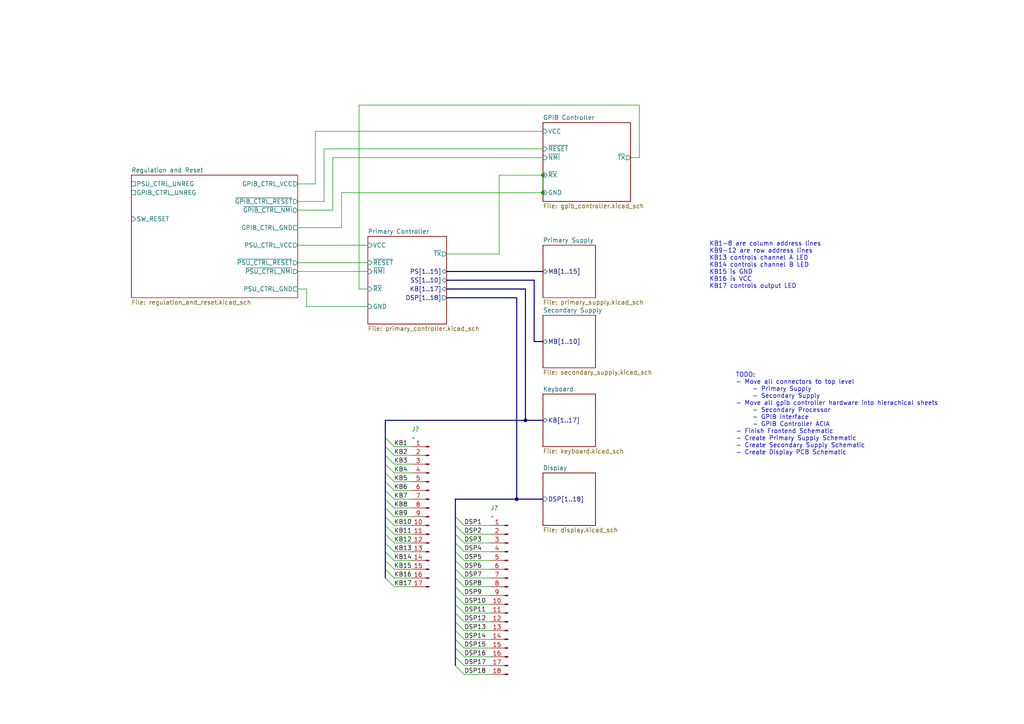
<source format=kicad_sch>
(kicad_sch (version 20211123) (generator eeschema)
  (paper "A4")
  (lib_symbols
    (symbol "Connector:Conn_01x17_Male" (pin_names (offset 1.016) hide)
      (property "Reference" "J" (at 0 22.86 0))
      (property "Value" "Conn_01x17_Male" (at 0 -22.86 0))
      (symbol "Conn_01x17_Male_1_1"
        (polyline (pts (xy 1.27 -20.32) (xy 0.8636 -20.32)) (stroke (width 0.1524)))
        (polyline (pts (xy 1.27 -17.78) (xy 0.8636 -17.78)) (stroke (width 0.1524)))
        (polyline (pts (xy 1.27 -15.24) (xy 0.8636 -15.24)) (stroke (width 0.1524)))
        (polyline (pts (xy 1.27 -12.7) (xy 0.8636 -12.7)) (stroke (width 0.1524)))
        (polyline (pts (xy 1.27 -10.16) (xy 0.8636 -10.16)) (stroke (width 0.1524)))
        (polyline (pts (xy 1.27 -7.62) (xy 0.8636 -7.62)) (stroke (width 0.1524)))
        (polyline (pts (xy 1.27 -5.08) (xy 0.8636 -5.08)) (stroke (width 0.1524)))
        (polyline (pts (xy 1.27 -2.54) (xy 0.8636 -2.54)) (stroke (width 0.1524)))
        (polyline (pts (xy 1.27 0) (xy 0.8636 0)) (stroke (width 0.1524)))
        (polyline (pts (xy 1.27 2.54) (xy 0.8636 2.54)) (stroke (width 0.1524)))
        (polyline (pts (xy 1.27 5.08) (xy 0.8636 5.08)) (stroke (width 0.1524)))
        (polyline (pts (xy 1.27 7.62) (xy 0.8636 7.62)) (stroke (width 0.1524)))
        (polyline (pts (xy 1.27 10.16) (xy 0.8636 10.16)) (stroke (width 0.1524)))
        (polyline (pts (xy 1.27 12.7) (xy 0.8636 12.7)) (stroke (width 0.1524)))
        (polyline (pts (xy 1.27 15.24) (xy 0.8636 15.24)) (stroke (width 0.1524)))
        (polyline (pts (xy 1.27 17.78) (xy 0.8636 17.78)) (stroke (width 0.1524)))
        (polyline (pts (xy 1.27 20.32) (xy 0.8636 20.32)) (stroke (width 0.1524)))
        (rectangle (start 0.8636 -20.193) (end 0 -20.447) (stroke (width 0.1524)) (fill (type outline)))
        (rectangle (start 0.8636 -17.653) (end 0 -17.907) (stroke (width 0.1524)) (fill (type outline)))
        (rectangle (start 0.8636 -15.113) (end 0 -15.367) (stroke (width 0.1524)) (fill (type outline)))
        (rectangle (start 0.8636 -12.573) (end 0 -12.827) (stroke (width 0.1524)) (fill (type outline)))
        (rectangle (start 0.8636 -10.033) (end 0 -10.287) (stroke (width 0.1524)) (fill (type outline)))
        (rectangle (start 0.8636 -7.493) (end 0 -7.747) (stroke (width 0.1524)) (fill (type outline)))
        (rectangle (start 0.8636 -4.953) (end 0 -5.207) (stroke (width 0.1524)) (fill (type outline)))
        (rectangle (start 0.8636 -2.413) (end 0 -2.667) (stroke (width 0.1524)) (fill (type outline)))
        (rectangle (start 0.8636 0.127) (end 0 -0.127) (stroke (width 0.1524)) (fill (type outline)))
        (rectangle (start 0.8636 2.667) (end 0 2.413) (stroke (width 0.1524)) (fill (type outline)))
        (rectangle (start 0.8636 5.207) (end 0 4.953) (stroke (width 0.1524)) (fill (type outline)))
        (rectangle (start 0.8636 7.747) (end 0 7.493) (stroke (width 0.1524)) (fill (type outline)))
        (rectangle (start 0.8636 10.287) (end 0 10.033) (stroke (width 0.1524)) (fill (type outline)))
        (rectangle (start 0.8636 12.827) (end 0 12.573) (stroke (width 0.1524)) (fill (type outline)))
        (rectangle (start 0.8636 15.367) (end 0 15.113) (stroke (width 0.1524)) (fill (type outline)))
        (rectangle (start 0.8636 17.907) (end 0 17.653) (stroke (width 0.1524)) (fill (type outline)))
        (rectangle (start 0.8636 20.447) (end 0 20.193) (stroke (width 0.1524)) (fill (type outline)))
        (pin passive line (at 5.08 20.32 180) (length 3.81) (name "Pin_1") (number "1"))
        (pin passive line (at 5.08 -2.54 180) (length 3.81) (name "Pin_10") (number "10"))
        (pin passive line (at 5.08 -5.08 180) (length 3.81) (name "Pin_11") (number "11"))
        (pin passive line (at 5.08 -7.62 180) (length 3.81) (name "Pin_12") (number "12"))
        (pin passive line (at 5.08 -10.16 180) (length 3.81) (name "Pin_13") (number "13"))
        (pin passive line (at 5.08 -12.7 180) (length 3.81) (name "Pin_14") (number "14"))
        (pin passive line (at 5.08 -15.24 180) (length 3.81) (name "Pin_15") (number "15"))
        (pin passive line (at 5.08 -17.78 180) (length 3.81) (name "Pin_16") (number "16"))
        (pin passive line (at 5.08 -20.32 180) (length 3.81) (name "Pin_17") (number "17"))
        (pin passive line (at 5.08 17.78 180) (length 3.81) (name "Pin_2") (number "2"))
        (pin passive line (at 5.08 15.24 180) (length 3.81) (name "Pin_3") (number "3"))
        (pin passive line (at 5.08 12.7 180) (length 3.81) (name "Pin_4") (number "4"))
        (pin passive line (at 5.08 10.16 180) (length 3.81) (name "Pin_5") (number "5"))
        (pin passive line (at 5.08 7.62 180) (length 3.81) (name "Pin_6") (number "6"))
        (pin passive line (at 5.08 5.08 180) (length 3.81) (name "Pin_7") (number "7"))
        (pin passive line (at 5.08 2.54 180) (length 3.81) (name "Pin_8") (number "8"))
        (pin passive line (at 5.08 0 180) (length 3.81) (name "Pin_9") (number "9"))
      )
    )
    (symbol "Connector:Conn_01x18_Male" (pin_names (offset 1.016) hide)
      (property "Reference" "J" (at 0 22.86 0))
      (property "Value" "Conn_01x18_Male" (at 0 -25.4 0))
      (symbol "Conn_01x18_Male_1_1"
        (polyline (pts (xy 1.27 -22.86) (xy 0.8636 -22.86)) (stroke (width 0.1524)))
        (polyline (pts (xy 1.27 -20.32) (xy 0.8636 -20.32)) (stroke (width 0.1524)))
        (polyline (pts (xy 1.27 -17.78) (xy 0.8636 -17.78)) (stroke (width 0.1524)))
        (polyline (pts (xy 1.27 -15.24) (xy 0.8636 -15.24)) (stroke (width 0.1524)))
        (polyline (pts (xy 1.27 -12.7) (xy 0.8636 -12.7)) (stroke (width 0.1524)))
        (polyline (pts (xy 1.27 -10.16) (xy 0.8636 -10.16)) (stroke (width 0.1524)))
        (polyline (pts (xy 1.27 -7.62) (xy 0.8636 -7.62)) (stroke (width 0.1524)))
        (polyline (pts (xy 1.27 -5.08) (xy 0.8636 -5.08)) (stroke (width 0.1524)))
        (polyline (pts (xy 1.27 -2.54) (xy 0.8636 -2.54)) (stroke (width 0.1524)))
        (polyline (pts (xy 1.27 0) (xy 0.8636 0)) (stroke (width 0.1524)))
        (polyline (pts (xy 1.27 2.54) (xy 0.8636 2.54)) (stroke (width 0.1524)))
        (polyline (pts (xy 1.27 5.08) (xy 0.8636 5.08)) (stroke (width 0.1524)))
        (polyline (pts (xy 1.27 7.62) (xy 0.8636 7.62)) (stroke (width 0.1524)))
        (polyline (pts (xy 1.27 10.16) (xy 0.8636 10.16)) (stroke (width 0.1524)))
        (polyline (pts (xy 1.27 12.7) (xy 0.8636 12.7)) (stroke (width 0.1524)))
        (polyline (pts (xy 1.27 15.24) (xy 0.8636 15.24)) (stroke (width 0.1524)))
        (polyline (pts (xy 1.27 17.78) (xy 0.8636 17.78)) (stroke (width 0.1524)))
        (polyline (pts (xy 1.27 20.32) (xy 0.8636 20.32)) (stroke (width 0.1524)))
        (rectangle (start 0.8636 -22.733) (end 0 -22.987) (stroke (width 0.1524)) (fill (type outline)))
        (rectangle (start 0.8636 -20.193) (end 0 -20.447) (stroke (width 0.1524)) (fill (type outline)))
        (rectangle (start 0.8636 -17.653) (end 0 -17.907) (stroke (width 0.1524)) (fill (type outline)))
        (rectangle (start 0.8636 -15.113) (end 0 -15.367) (stroke (width 0.1524)) (fill (type outline)))
        (rectangle (start 0.8636 -12.573) (end 0 -12.827) (stroke (width 0.1524)) (fill (type outline)))
        (rectangle (start 0.8636 -10.033) (end 0 -10.287) (stroke (width 0.1524)) (fill (type outline)))
        (rectangle (start 0.8636 -7.493) (end 0 -7.747) (stroke (width 0.1524)) (fill (type outline)))
        (rectangle (start 0.8636 -4.953) (end 0 -5.207) (stroke (width 0.1524)) (fill (type outline)))
        (rectangle (start 0.8636 -2.413) (end 0 -2.667) (stroke (width 0.1524)) (fill (type outline)))
        (rectangle (start 0.8636 0.127) (end 0 -0.127) (stroke (width 0.1524)) (fill (type outline)))
        (rectangle (start 0.8636 2.667) (end 0 2.413) (stroke (width 0.1524)) (fill (type outline)))
        (rectangle (start 0.8636 5.207) (end 0 4.953) (stroke (width 0.1524)) (fill (type outline)))
        (rectangle (start 0.8636 7.747) (end 0 7.493) (stroke (width 0.1524)) (fill (type outline)))
        (rectangle (start 0.8636 10.287) (end 0 10.033) (stroke (width 0.1524)) (fill (type outline)))
        (rectangle (start 0.8636 12.827) (end 0 12.573) (stroke (width 0.1524)) (fill (type outline)))
        (rectangle (start 0.8636 15.367) (end 0 15.113) (stroke (width 0.1524)) (fill (type outline)))
        (rectangle (start 0.8636 17.907) (end 0 17.653) (stroke (width 0.1524)) (fill (type outline)))
        (rectangle (start 0.8636 20.447) (end 0 20.193) (stroke (width 0.1524)) (fill (type outline)))
        (pin passive line (at 5.08 20.32 180) (length 3.81) (name "Pin_1") (number "1"))
        (pin passive line (at 5.08 -2.54 180) (length 3.81) (name "Pin_10") (number "10"))
        (pin passive line (at 5.08 -5.08 180) (length 3.81) (name "Pin_11") (number "11"))
        (pin passive line (at 5.08 -7.62 180) (length 3.81) (name "Pin_12") (number "12"))
        (pin passive line (at 5.08 -10.16 180) (length 3.81) (name "Pin_13") (number "13"))
        (pin passive line (at 5.08 -12.7 180) (length 3.81) (name "Pin_14") (number "14"))
        (pin passive line (at 5.08 -15.24 180) (length 3.81) (name "Pin_15") (number "15"))
        (pin passive line (at 5.08 -17.78 180) (length 3.81) (name "Pin_16") (number "16"))
        (pin passive line (at 5.08 -20.32 180) (length 3.81) (name "Pin_17") (number "17"))
        (pin passive line (at 5.08 -22.86 180) (length 3.81) (name "Pin_18") (number "18"))
        (pin passive line (at 5.08 17.78 180) (length 3.81) (name "Pin_2") (number "2"))
        (pin passive line (at 5.08 15.24 180) (length 3.81) (name "Pin_3") (number "3"))
        (pin passive line (at 5.08 12.7 180) (length 3.81) (name "Pin_4") (number "4"))
        (pin passive line (at 5.08 10.16 180) (length 3.81) (name "Pin_5") (number "5"))
        (pin passive line (at 5.08 7.62 180) (length 3.81) (name "Pin_6") (number "6"))
        (pin passive line (at 5.08 5.08 180) (length 3.81) (name "Pin_7") (number "7"))
        (pin passive line (at 5.08 2.54 180) (length 3.81) (name "Pin_8") (number "8"))
        (pin passive line (at 5.08 0 180) (length 3.81) (name "Pin_9") (number "9"))
      )
    )
  )
  (junction (at 152.4 121.92))
  (junction (at 157.48 55.88))
  (junction (at 149.86 144.78))
  (junction (at 157.48 50.8))
  (bus_entry (at 111.76 157.48) (size 2.54 2.54))
  (bus_entry (at 111.76 142.24) (size 2.54 2.54))
  (bus_entry (at 111.76 160.02) (size 2.54 2.54))
  (bus_entry (at 132.08 154.94) (size 2.54 2.54))
  (bus_entry (at 111.76 149.86) (size 2.54 2.54))
  (bus_entry (at 132.08 152.4) (size 2.54 2.54))
  (bus_entry (at 132.08 162.56) (size 2.54 2.54))
  (bus_entry (at 132.08 193.04) (size 2.54 2.54))
  (bus_entry (at 132.08 175.26) (size 2.54 2.54))
  (bus_entry (at 111.76 129.54) (size 2.54 2.54))
  (bus_entry (at 132.08 182.88) (size 2.54 2.54))
  (bus_entry (at 111.76 162.56) (size 2.54 2.54))
  (bus_entry (at 132.08 187.96) (size 2.54 2.54))
  (bus_entry (at 132.08 185.42) (size 2.54 2.54))
  (bus_entry (at 132.08 167.64) (size 2.54 2.54))
  (bus_entry (at 132.08 180.34) (size 2.54 2.54))
  (bus_entry (at 111.76 167.64) (size 2.54 2.54))
  (bus_entry (at 132.08 165.1) (size 2.54 2.54))
  (bus_entry (at 111.76 144.78) (size 2.54 2.54))
  (bus_entry (at 132.08 170.18) (size 2.54 2.54))
  (bus_entry (at 111.76 134.62) (size 2.54 2.54))
  (bus_entry (at 111.76 152.4) (size 2.54 2.54))
  (bus_entry (at 111.76 137.16) (size 2.54 2.54))
  (bus_entry (at 132.08 149.86) (size 2.54 2.54))
  (bus_entry (at 111.76 165.1) (size 2.54 2.54))
  (bus_entry (at 111.76 139.7) (size 2.54 2.54))
  (bus_entry (at 132.08 190.5) (size 2.54 2.54))
  (bus_entry (at 132.08 160.02) (size 2.54 2.54))
  (bus_entry (at 132.08 172.72) (size 2.54 2.54))
  (bus_entry (at 111.76 132.08) (size 2.54 2.54))
  (bus_entry (at 132.08 177.8) (size 2.54 2.54))
  (bus_entry (at 132.08 157.48) (size 2.54 2.54))
  (bus_entry (at 111.76 154.94) (size 2.54 2.54))
  (bus_entry (at 111.76 127) (size 2.54 2.54))
  (bus_entry (at 111.76 147.32) (size 2.54 2.54))
  (wire (pts (xy 96.52 60.96) (xy 96.52 45.72)))
  (wire (pts (xy 144.78 50.8) (xy 157.48 50.8)))
  (bus (pts (xy 154.94 81.28) (xy 154.94 99.06)))
  (bus (pts (xy 132.08 165.1) (xy 132.08 167.64)))
  (bus (pts (xy 111.76 160.02) (xy 111.76 162.56)))
  (bus (pts (xy 132.08 187.96) (xy 132.08 190.5)))
  (bus (pts (xy 111.76 149.86) (xy 111.76 152.4)))
  (bus (pts (xy 149.86 144.78) (xy 157.48 144.78)))
  (wire (pts (xy 88.9 88.9) (xy 106.68 88.9)))
  (wire (pts (xy 185.42 45.72) (xy 185.42 30.48)))
  (bus (pts (xy 111.76 165.1) (xy 111.76 167.64)))
  (bus (pts (xy 111.76 154.94) (xy 111.76 157.48)))
  (wire (pts (xy 88.9 83.82) (xy 86.36 83.82)))
  (bus (pts (xy 111.76 132.08) (xy 111.76 134.62)))
  (wire (pts (xy 134.62 175.26) (xy 142.24 175.26)))
  (wire (pts (xy 114.3 167.64) (xy 119.38 167.64)))
  (wire (pts (xy 114.3 139.7) (xy 119.38 139.7)))
  (bus (pts (xy 111.76 121.92) (xy 152.4 121.92)))
  (bus (pts (xy 132.08 144.78) (xy 149.86 144.78)))
  (bus (pts (xy 111.76 152.4) (xy 111.76 154.94)))
  (wire (pts (xy 114.3 149.86) (xy 119.38 149.86)))
  (wire (pts (xy 86.36 58.42) (xy 93.98 58.42)))
  (bus (pts (xy 111.76 142.24) (xy 111.76 144.78)))
  (bus (pts (xy 132.08 190.5) (xy 132.08 193.04)))
  (wire (pts (xy 114.3 134.62) (xy 119.38 134.62)))
  (wire (pts (xy 134.62 154.94) (xy 142.24 154.94)))
  (bus (pts (xy 129.54 78.74) (xy 157.48 78.74)))
  (wire (pts (xy 96.52 45.72) (xy 157.48 45.72)))
  (wire (pts (xy 134.62 180.34) (xy 142.24 180.34)))
  (bus (pts (xy 132.08 172.72) (xy 132.08 175.26)))
  (wire (pts (xy 114.3 142.24) (xy 119.38 142.24)))
  (bus (pts (xy 157.48 121.92) (xy 152.4 121.92)))
  (bus (pts (xy 132.08 152.4) (xy 132.08 154.94)))
  (wire (pts (xy 182.88 45.72) (xy 185.42 45.72)))
  (bus (pts (xy 111.76 139.7) (xy 111.76 142.24)))
  (wire (pts (xy 134.62 190.5) (xy 142.24 190.5)))
  (bus (pts (xy 132.08 185.42) (xy 132.08 187.96)))
  (wire (pts (xy 114.3 165.1) (xy 119.38 165.1)))
  (wire (pts (xy 93.98 58.42) (xy 93.98 43.18)))
  (wire (pts (xy 86.36 76.2) (xy 106.68 76.2)))
  (wire (pts (xy 134.62 185.42) (xy 142.24 185.42)))
  (bus (pts (xy 152.4 121.92) (xy 152.4 83.82)))
  (wire (pts (xy 134.62 177.8) (xy 142.24 177.8)))
  (wire (pts (xy 114.3 170.18) (xy 119.38 170.18)))
  (bus (pts (xy 111.76 144.78) (xy 111.76 147.32)))
  (wire (pts (xy 114.3 162.56) (xy 119.38 162.56)))
  (wire (pts (xy 185.42 30.48) (xy 104.14 30.48)))
  (bus (pts (xy 132.08 167.64) (xy 132.08 170.18)))
  (bus (pts (xy 111.76 121.92) (xy 111.76 127)))
  (bus (pts (xy 132.08 182.88) (xy 132.08 185.42)))
  (wire (pts (xy 99.06 55.88) (xy 157.48 55.88)))
  (wire (pts (xy 86.36 53.34) (xy 91.44 53.34)))
  (bus (pts (xy 132.08 149.86) (xy 132.08 152.4)))
  (wire (pts (xy 114.3 147.32) (xy 119.38 147.32)))
  (wire (pts (xy 86.36 66.04) (xy 99.06 66.04)))
  (bus (pts (xy 111.76 147.32) (xy 111.76 149.86)))
  (bus (pts (xy 129.54 83.82) (xy 152.4 83.82)))
  (bus (pts (xy 149.86 86.36) (xy 149.86 144.78)))
  (wire (pts (xy 114.3 154.94) (xy 119.38 154.94)))
  (wire (pts (xy 114.3 137.16) (xy 119.38 137.16)))
  (wire (pts (xy 114.3 144.78) (xy 119.38 144.78)))
  (bus (pts (xy 132.08 144.78) (xy 132.08 149.86)))
  (wire (pts (xy 88.9 88.9) (xy 88.9 83.82)))
  (wire (pts (xy 114.3 160.02) (xy 119.38 160.02)))
  (bus (pts (xy 111.76 127) (xy 111.76 129.54)))
  (wire (pts (xy 134.62 182.88) (xy 142.24 182.88)))
  (wire (pts (xy 134.62 162.56) (xy 142.24 162.56)))
  (bus (pts (xy 111.76 134.62) (xy 111.76 137.16)))
  (bus (pts (xy 132.08 162.56) (xy 132.08 165.1)))
  (bus (pts (xy 111.76 157.48) (xy 111.76 160.02)))
  (wire (pts (xy 114.3 152.4) (xy 119.38 152.4)))
  (bus (pts (xy 132.08 175.26) (xy 132.08 177.8)))
  (bus (pts (xy 129.54 81.28) (xy 154.94 81.28)))
  (wire (pts (xy 86.36 78.74) (xy 106.68 78.74)))
  (wire (pts (xy 91.44 53.34) (xy 91.44 38.1)))
  (bus (pts (xy 132.08 154.94) (xy 132.08 157.48)))
  (bus (pts (xy 129.54 86.36) (xy 149.86 86.36)))
  (wire (pts (xy 129.54 73.66) (xy 144.78 73.66)))
  (bus (pts (xy 132.08 177.8) (xy 132.08 180.34)))
  (bus (pts (xy 132.08 180.34) (xy 132.08 182.88)))
  (wire (pts (xy 134.62 160.02) (xy 142.24 160.02)))
  (wire (pts (xy 114.3 129.54) (xy 119.38 129.54)))
  (wire (pts (xy 86.36 71.12) (xy 106.68 71.12)))
  (wire (pts (xy 134.62 157.48) (xy 142.24 157.48)))
  (wire (pts (xy 134.62 152.4) (xy 142.24 152.4)))
  (wire (pts (xy 93.98 43.18) (xy 157.48 43.18)))
  (wire (pts (xy 99.06 66.04) (xy 99.06 55.88)))
  (bus (pts (xy 111.76 162.56) (xy 111.76 165.1)))
  (wire (pts (xy 134.62 170.18) (xy 142.24 170.18)))
  (bus (pts (xy 132.08 160.02) (xy 132.08 162.56)))
  (wire (pts (xy 134.62 165.1) (xy 142.24 165.1)))
  (bus (pts (xy 111.76 137.16) (xy 111.76 139.7)))
  (wire (pts (xy 91.44 38.1) (xy 157.48 38.1)))
  (bus (pts (xy 132.08 157.48) (xy 132.08 160.02)))
  (bus (pts (xy 154.94 99.06) (xy 157.48 99.06)))
  (wire (pts (xy 104.14 30.48) (xy 104.14 83.82)))
  (wire (pts (xy 134.62 193.04) (xy 142.24 193.04)))
  (wire (pts (xy 114.3 132.08) (xy 119.38 132.08)))
  (wire (pts (xy 134.62 172.72) (xy 142.24 172.72)))
  (wire (pts (xy 114.3 157.48) (xy 119.38 157.48)))
  (wire (pts (xy 134.62 195.58) (xy 142.24 195.58)))
  (wire (pts (xy 86.36 60.96) (xy 96.52 60.96)))
  (wire (pts (xy 134.62 167.64) (xy 142.24 167.64)))
  (wire (pts (xy 134.62 187.96) (xy 142.24 187.96)))
  (wire (pts (xy 144.78 73.66) (xy 144.78 50.8)))
  (wire (pts (xy 104.14 83.82) (xy 106.68 83.82)))
  (bus (pts (xy 132.08 170.18) (xy 132.08 172.72)))
  (wire (pts (xy 157.48 55.88) (xy 157.48 50.8)))
  (bus (pts (xy 111.76 129.54) (xy 111.76 132.08)))
  (text "KB1-8 are column address lines\nKB9-12 are row address lines\nKB13 controls channel A LED\nKB14 controls channel B LED\nKB15 is GND\nKB16 is VCC\nKB17 controls output LED" (at 205.74 83.82 0) (effects (font (size 1.27 1.27)) (justify left bottom)))
  (text "TODO:\n- Move all connectors to top level\n	- Primary Supply\n	- Secondary Supply\n- Move all gpib controller hardware into hierachical sheets\n	- Secondary Processor\n	- GPIB Interface\n	- GPIB Controller ACIA\n- Finish Frontend Schematic\n- Create Primary Supply Schematic\n- Create Secondary Supply Schematic\n- Create Display PCB Schematic" (at 213.36 132.08 0) (effects (font (size 1.27 1.27)) (justify left bottom)))
  (label "KB1" (at 114.3 129.54 0))
  (label "KB8" (at 114.3 147.32 0))
  (label "DSP5" (at 134.62 162.56 0))
  (label "KB12" (at 114.3 157.48 0))
  (label "KB2" (at 114.3 132.08 0))
  (label "DSP11" (at 134.62 177.8 0))
  (label "DSP14" (at 134.62 185.42 0))
  (label "DSP10" (at 134.62 175.26 0))
  (label "DSP4" (at 134.62 160.02 0))
  (label "DSP6" (at 134.62 165.1 0))
  (label "KB17" (at 114.3 170.18 0))
  (label "KB16" (at 114.3 167.64 0))
  (label "DSP9" (at 134.62 172.72 0))
  (label "DSP18" (at 134.62 195.58 0))
  (label "DSP12" (at 134.62 180.34 0))
  (label "DSP7" (at 134.62 167.64 0))
  (label "DSP16" (at 134.62 190.5 0))
  (label "DSP17" (at 134.62 193.04 0))
  (label "KB9" (at 114.3 149.86 0))
  (label "KB15" (at 114.3 165.1 0))
  (label "KB4" (at 114.3 137.16 0))
  (label "KB13" (at 114.3 160.02 0))
  (label "KB5" (at 114.3 139.7 0))
  (label "KB11" (at 114.3 154.94 0))
  (label "DSP13" (at 134.62 182.88 0))
  (label "DSP2" (at 134.62 154.94 0))
  (label "KB3" (at 114.3 134.62 0))
  (label "DSP15" (at 134.62 187.96 0))
  (label "DSP1" (at 134.62 152.4 0))
  (label "KB7" (at 114.3 144.78 0))
  (label "KB6" (at 114.3 142.24 0))
  (label "DSP3" (at 134.62 157.48 0))
  (label "KB10" (at 114.3 152.4 0))
  (label "DSP8" (at 134.62 170.18 0))
  (label "KB14" (at 114.3 162.56 0))
  (symbol (lib_id "Connector:Conn_01x18_Male") (at 147.32 172.72 0) (mirror y) (unit 1)
    (property "Reference" "J?" (at 142.24 147.32 0) (effects (justify right)))
    (property "Value" "~" (at 142.24 149.86 0) (effects (justify right)))
  )
  (symbol (lib_id "Connector:Conn_01x17_Male") (at 124.46 149.86 0) (mirror y) (unit 1)
    (property "Reference" "J?" (at 119.38 124.46 0) (effects (justify right)))
    (property "Value" "~" (at 119.38 127 0) (effects (justify right)))
  )
  (sheet (at 157.48 35.56) (size 25.4 22.86) (stroke (width 0.1524))
    (property "Sheet name" "GPIB Controller" (at 157.48 34.8484 0) (effects (justify left bottom)))
    (property "Sheet file" "gpib_controller.kicad_sch" (at 157.48 59.0046 0) (effects (justify left top)))
    (pin "~{RESET}" input (at 157.48 43.18 180))
    (pin "~{RX}" input (at 157.48 50.8 180))
    (pin "~{TX}" output (at 182.88 45.72 0))
    (pin "~{NMI}" input (at 157.48 45.72 180))
    (pin "GND" input (at 157.48 55.88 180))
    (pin "VCC" input (at 157.48 38.1 180))
  )
  (sheet (at 38.1 50.8) (size 48.26 35.56) (stroke (width 0.1524))
    (property "Sheet name" "Regulation and Reset" (at 38.1 50.0884 0) (effects (justify left bottom)))
    (property "Sheet file" "regulation_and_reset.kicad_sch" (at 38.1 86.9446 0) (effects (justify left top)))
    (pin "PSU_CTRL_UNREG" passive (at 38.1 53.34 180))
    (pin "PSU_CTRL_GND" passive (at 86.36 83.82 0))
    (pin "~{PSU_CTRL_RESET}" output (at 86.36 76.2 0))
    (pin "SW_RESET" input (at 38.1 63.5 180))
    (pin "GPIB_CTRL_GND" passive (at 86.36 66.04 0))
    (pin "~{GPIB_CTRL_RESET}" output (at 86.36 58.42 0))
    (pin "~{GPIB_CTRL_NMI}" output (at 86.36 60.96 0))
    (pin "GPIB_CTRL_UNREG" passive (at 38.1 55.88 180))
    (pin "~{PSU_CTRL_NMI}" output (at 86.36 78.74 0))
    (pin "GPIB_CTRL_VCC" output (at 86.36 53.34 0))
    (pin "PSU_CTRL_VCC" output (at 86.36 71.12 0))
  )
  (sheet (at 106.68 68.58) (size 22.86 25.4) (stroke (width 0.1524))
    (property "Sheet name" "Primary Controller" (at 106.68 67.8684 0) (effects (justify left bottom)))
    (property "Sheet file" "primary_controller.kicad_sch" (at 106.68 94.5646 0) (effects (justify left top)))
    (pin "GND" input (at 106.68 88.9 180))
    (pin "~{RESET}" input (at 106.68 76.2 180))
    (pin "VCC" input (at 106.68 71.12 180))
    (pin "~{NMI}" input (at 106.68 78.74 180))
    (pin "~{RX}" input (at 106.68 83.82 180))
    (pin "~{TX}" output (at 129.54 73.66 0))
    (pin "SS[1..10]" bidirectional (at 129.54 81.28 0))
    (pin "PS[1..15]" bidirectional (at 129.54 78.74 0))
    (pin "KB[1..17]" bidirectional (at 129.54 83.82 0))
    (pin "DSP[1..18]" output (at 129.54 86.36 0))
  )
  (sheet (at 157.48 114.3) (size 15.24 15.24) (stroke (width 0.1524))
    (property "Sheet name" "Keyboard" (at 157.48 113.5884 0) (effects (justify left bottom)))
    (property "Sheet file" "keyboard.kicad_sch" (at 157.48 130.1246 0) (effects (justify left top)))
    (pin "KB[1..17]" bidirectional (at 157.48 121.92 180))
  )
  (sheet (at 157.48 137.16) (size 15.24 15.24) (stroke (width 0.1524))
    (property "Sheet name" "Display" (at 157.48 136.4484 0) (effects (justify left bottom)))
    (property "Sheet file" "display.kicad_sch" (at 157.48 152.9846 0) (effects (justify left top)))
    (pin "DSP[1..18]" input (at 157.48 144.78 180))
  )
  (sheet (at 157.48 91.44) (size 15.24 15.24) (stroke (width 0.1524))
    (property "Sheet name" "Secondary Supply" (at 157.48 90.7284 0) (effects (justify left bottom)))
    (property "Sheet file" "secondary_supply.kicad_sch" (at 157.48 107.2646 0) (effects (justify left top)))
    (pin "MB[1..10]" bidirectional (at 157.48 99.06 180))
  )
  (sheet (at 157.48 71.12) (size 15.24 15.24) (stroke (width 0.1524))
    (property "Sheet name" "Primary Supply" (at 157.48 70.4084 0) (effects (justify left bottom)))
    (property "Sheet file" "primary_supply.kicad_sch" (at 157.48 86.9446 0) (effects (justify left top)))
    (pin "MB[1..15]" bidirectional (at 157.48 78.74 180))
  )
)
</source>
